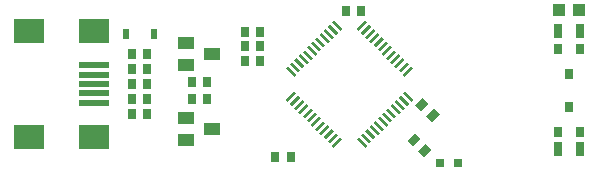
<source format=gtp>
G75*
G70*
%OFA0B0*%
%FSLAX24Y24*%
%IPPOS*%
%LPD*%
%AMOC8*
5,1,8,0,0,1.08239X$1,22.5*
%
%ADD10R,0.0276X0.0354*%
%ADD11R,0.0315X0.0315*%
%ADD12R,0.0984X0.0197*%
%ADD13R,0.0984X0.0787*%
%ADD14R,0.0551X0.0394*%
%ADD15R,0.0315X0.0354*%
%ADD16R,0.0315X0.0472*%
%ADD17R,0.0100X0.0394*%
%ADD18R,0.0394X0.0100*%
%ADD19R,0.0248X0.0327*%
%ADD20R,0.0433X0.0394*%
D10*
X004718Y003181D03*
X005230Y003181D03*
X005230Y003681D03*
X004718Y003681D03*
X004718Y004181D03*
X005230Y004181D03*
X005230Y004681D03*
X004718Y004681D03*
X004718Y005181D03*
X005230Y005181D03*
X006718Y004261D03*
X007230Y004261D03*
X007230Y003681D03*
X006718Y003681D03*
X008478Y004961D03*
X008990Y004961D03*
X008990Y005441D03*
X008478Y005441D03*
X008478Y005921D03*
X008990Y005921D03*
X011858Y006601D03*
X012370Y006601D03*
G36*
X014366Y003280D02*
X014171Y003475D01*
X014420Y003724D01*
X014615Y003529D01*
X014366Y003280D01*
G37*
G36*
X014728Y002918D02*
X014533Y003113D01*
X014782Y003362D01*
X014977Y003167D01*
X014728Y002918D01*
G37*
G36*
X014160Y002544D02*
X014355Y002349D01*
X014106Y002100D01*
X013911Y002295D01*
X014160Y002544D01*
G37*
G36*
X014522Y002182D02*
X014717Y001987D01*
X014468Y001738D01*
X014273Y001933D01*
X014522Y002182D01*
G37*
X010010Y001761D03*
X009498Y001761D03*
D11*
X014998Y001541D03*
X015589Y001541D03*
D12*
X003458Y003551D03*
X003458Y003866D03*
X003458Y004181D03*
X003458Y004496D03*
X003458Y004811D03*
D13*
X001293Y002410D03*
X003458Y002410D03*
X003458Y005953D03*
X001293Y005953D03*
D14*
X006541Y005555D03*
X007407Y005181D03*
X006541Y004807D03*
X006541Y003055D03*
X007407Y002681D03*
X006541Y002307D03*
D15*
X018920Y002588D03*
X019668Y002588D03*
X019294Y003414D03*
X019294Y004508D03*
X019668Y005335D03*
X018920Y005335D03*
D16*
X018939Y005961D03*
X019648Y005961D03*
X019648Y002001D03*
X018939Y002001D03*
D17*
G36*
X013819Y004425D02*
X013748Y004496D01*
X014025Y004773D01*
X014096Y004702D01*
X013819Y004425D01*
G37*
G36*
X013680Y004564D02*
X013609Y004635D01*
X013886Y004912D01*
X013957Y004841D01*
X013680Y004564D01*
G37*
G36*
X013541Y004703D02*
X013470Y004774D01*
X013747Y005051D01*
X013818Y004980D01*
X013541Y004703D01*
G37*
G36*
X013402Y004843D02*
X013331Y004914D01*
X013608Y005191D01*
X013679Y005120D01*
X013402Y004843D01*
G37*
G36*
X013263Y004982D02*
X013192Y005053D01*
X013469Y005330D01*
X013540Y005259D01*
X013263Y004982D01*
G37*
G36*
X013123Y005121D02*
X013052Y005192D01*
X013329Y005469D01*
X013400Y005398D01*
X013123Y005121D01*
G37*
G36*
X012984Y005260D02*
X012913Y005331D01*
X013190Y005608D01*
X013261Y005537D01*
X012984Y005260D01*
G37*
G36*
X012845Y005399D02*
X012774Y005470D01*
X013051Y005747D01*
X013122Y005676D01*
X012845Y005399D01*
G37*
G36*
X012706Y005539D02*
X012635Y005610D01*
X012912Y005887D01*
X012983Y005816D01*
X012706Y005539D01*
G37*
G36*
X012567Y005678D02*
X012496Y005749D01*
X012773Y006026D01*
X012844Y005955D01*
X012567Y005678D01*
G37*
G36*
X012427Y005817D02*
X012356Y005888D01*
X012633Y006165D01*
X012704Y006094D01*
X012427Y005817D01*
G37*
G36*
X012288Y005956D02*
X012217Y006027D01*
X012494Y006304D01*
X012565Y006233D01*
X012288Y005956D01*
G37*
G36*
X009922Y003590D02*
X009851Y003661D01*
X010128Y003938D01*
X010199Y003867D01*
X009922Y003590D01*
G37*
G36*
X010061Y003451D02*
X009990Y003522D01*
X010267Y003799D01*
X010338Y003728D01*
X010061Y003451D01*
G37*
G36*
X010200Y003311D02*
X010129Y003382D01*
X010406Y003659D01*
X010477Y003588D01*
X010200Y003311D01*
G37*
G36*
X010340Y003172D02*
X010269Y003243D01*
X010546Y003520D01*
X010617Y003449D01*
X010340Y003172D01*
G37*
G36*
X010479Y003033D02*
X010408Y003104D01*
X010685Y003381D01*
X010756Y003310D01*
X010479Y003033D01*
G37*
G36*
X010618Y002894D02*
X010547Y002965D01*
X010824Y003242D01*
X010895Y003171D01*
X010618Y002894D01*
G37*
G36*
X010757Y002755D02*
X010686Y002826D01*
X010963Y003103D01*
X011034Y003032D01*
X010757Y002755D01*
G37*
G36*
X010896Y002615D02*
X010825Y002686D01*
X011102Y002963D01*
X011173Y002892D01*
X010896Y002615D01*
G37*
G36*
X011036Y002476D02*
X010965Y002547D01*
X011242Y002824D01*
X011313Y002753D01*
X011036Y002476D01*
G37*
G36*
X011175Y002337D02*
X011104Y002408D01*
X011381Y002685D01*
X011452Y002614D01*
X011175Y002337D01*
G37*
G36*
X011314Y002198D02*
X011243Y002269D01*
X011520Y002546D01*
X011591Y002475D01*
X011314Y002198D01*
G37*
G36*
X011453Y002059D02*
X011382Y002130D01*
X011659Y002407D01*
X011730Y002336D01*
X011453Y002059D01*
G37*
D18*
G36*
X012494Y002059D02*
X012217Y002336D01*
X012288Y002407D01*
X012565Y002130D01*
X012494Y002059D01*
G37*
G36*
X012633Y002198D02*
X012356Y002475D01*
X012427Y002546D01*
X012704Y002269D01*
X012633Y002198D01*
G37*
G36*
X012773Y002337D02*
X012496Y002614D01*
X012567Y002685D01*
X012844Y002408D01*
X012773Y002337D01*
G37*
G36*
X012912Y002476D02*
X012635Y002753D01*
X012706Y002824D01*
X012983Y002547D01*
X012912Y002476D01*
G37*
G36*
X013051Y002615D02*
X012774Y002892D01*
X012845Y002963D01*
X013122Y002686D01*
X013051Y002615D01*
G37*
G36*
X013190Y002755D02*
X012913Y003032D01*
X012984Y003103D01*
X013261Y002826D01*
X013190Y002755D01*
G37*
G36*
X013329Y002894D02*
X013052Y003171D01*
X013123Y003242D01*
X013400Y002965D01*
X013329Y002894D01*
G37*
G36*
X013469Y003033D02*
X013192Y003310D01*
X013263Y003381D01*
X013540Y003104D01*
X013469Y003033D01*
G37*
G36*
X013608Y003172D02*
X013331Y003449D01*
X013402Y003520D01*
X013679Y003243D01*
X013608Y003172D01*
G37*
G36*
X013747Y003311D02*
X013470Y003588D01*
X013541Y003659D01*
X013818Y003382D01*
X013747Y003311D01*
G37*
G36*
X013886Y003451D02*
X013609Y003728D01*
X013680Y003799D01*
X013957Y003522D01*
X013886Y003451D01*
G37*
G36*
X014025Y003590D02*
X013748Y003867D01*
X013819Y003938D01*
X014096Y003661D01*
X014025Y003590D01*
G37*
G36*
X010685Y004982D02*
X010408Y005259D01*
X010479Y005330D01*
X010756Y005053D01*
X010685Y004982D01*
G37*
G36*
X010546Y004843D02*
X010269Y005120D01*
X010340Y005191D01*
X010617Y004914D01*
X010546Y004843D01*
G37*
G36*
X010406Y004703D02*
X010129Y004980D01*
X010200Y005051D01*
X010477Y004774D01*
X010406Y004703D01*
G37*
G36*
X010267Y004564D02*
X009990Y004841D01*
X010061Y004912D01*
X010338Y004635D01*
X010267Y004564D01*
G37*
G36*
X010128Y004425D02*
X009851Y004702D01*
X009922Y004773D01*
X010199Y004496D01*
X010128Y004425D01*
G37*
G36*
X010824Y005121D02*
X010547Y005398D01*
X010618Y005469D01*
X010895Y005192D01*
X010824Y005121D01*
G37*
G36*
X010963Y005260D02*
X010686Y005537D01*
X010757Y005608D01*
X011034Y005331D01*
X010963Y005260D01*
G37*
G36*
X011102Y005399D02*
X010825Y005676D01*
X010896Y005747D01*
X011173Y005470D01*
X011102Y005399D01*
G37*
G36*
X011242Y005539D02*
X010965Y005816D01*
X011036Y005887D01*
X011313Y005610D01*
X011242Y005539D01*
G37*
G36*
X011381Y005678D02*
X011104Y005955D01*
X011175Y006026D01*
X011452Y005749D01*
X011381Y005678D01*
G37*
G36*
X011520Y005817D02*
X011243Y006094D01*
X011314Y006165D01*
X011591Y005888D01*
X011520Y005817D01*
G37*
G36*
X011659Y005956D02*
X011382Y006233D01*
X011453Y006304D01*
X011730Y006027D01*
X011659Y005956D01*
G37*
D19*
X005446Y005861D03*
X004541Y005861D03*
D20*
X018959Y006641D03*
X019628Y006641D03*
M02*

</source>
